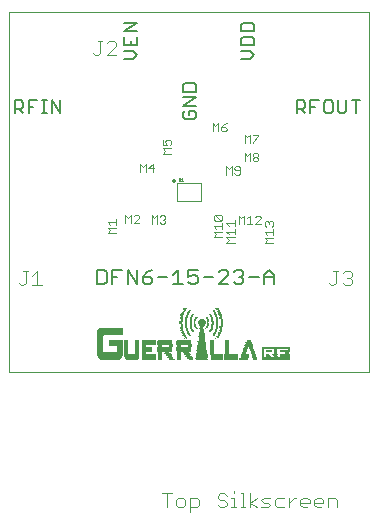
<source format=gbr>
G04 EAGLE Gerber RS-274X export*
G75*
%MOIN*%
%FSLAX34Y34*%
%LPD*%
%INSilkscreen Top*%
%IPPOS*%
%AMOC8*
5,1,8,0,0,1.08239X$1,22.5*%
G01*
%ADD10C,0.000000*%
%ADD11C,0.008000*%
%ADD12C,0.004000*%
%ADD13R,0.066000X0.002000*%
%ADD14R,0.038000X0.002000*%
%ADD15R,0.046000X0.002000*%
%ADD16R,0.014000X0.002000*%
%ADD17R,0.018000X0.002000*%
%ADD18R,0.012000X0.002000*%
%ADD19R,0.016000X0.002000*%
%ADD20R,0.042000X0.002000*%
%ADD21R,0.044000X0.002000*%
%ADD22R,0.030000X0.002000*%
%ADD23R,0.092000X0.002000*%
%ADD24R,0.074000X0.002000*%
%ADD25R,0.040000X0.002000*%
%ADD26R,0.078000X0.002000*%
%ADD27R,0.028000X0.002000*%
%ADD28R,0.080000X0.002000*%
%ADD29R,0.048000X0.002000*%
%ADD30R,0.006000X0.002000*%
%ADD31R,0.008000X0.002000*%
%ADD32R,0.032000X0.002000*%
%ADD33R,0.050000X0.002000*%
%ADD34R,0.026000X0.002000*%
%ADD35R,0.010000X0.002000*%
%ADD36R,0.082000X0.002000*%
%ADD37R,0.084000X0.002000*%
%ADD38R,0.024000X0.002000*%
%ADD39R,0.036000X0.002000*%
%ADD40R,0.034000X0.002000*%
%ADD41R,0.020000X0.002000*%
%ADD42R,0.022000X0.002000*%
%ADD43R,0.002000X0.002000*%
%ADD44R,0.004000X0.002000*%
%ADD45C,0.001000*%
%ADD46C,0.006000*%
%ADD47C,0.002000*%


D10*
X0Y0D02*
X12000Y0D01*
X12000Y12000D01*
X0Y12000D01*
X0Y0D01*
D11*
X5800Y8640D02*
X5870Y8710D01*
X5800Y8640D02*
X5800Y8500D01*
X5870Y8430D01*
X6150Y8430D01*
X6220Y8500D01*
X6220Y8640D01*
X6150Y8710D01*
X6010Y8710D01*
X6010Y8570D01*
X6220Y8890D02*
X5800Y8890D01*
X6220Y9171D01*
X5800Y9171D01*
X5800Y9351D02*
X6220Y9351D01*
X6220Y9561D01*
X6150Y9631D01*
X5870Y9631D01*
X5800Y9561D01*
X5800Y9351D01*
X4120Y10440D02*
X3840Y10440D01*
X4120Y10440D02*
X4260Y10580D01*
X4120Y10720D01*
X3840Y10720D01*
X3840Y10900D02*
X3840Y11181D01*
X3840Y10900D02*
X4260Y10900D01*
X4260Y11181D01*
X4050Y11041D02*
X4050Y10900D01*
X4260Y11361D02*
X3840Y11361D01*
X4260Y11641D01*
X3840Y11641D01*
X7740Y10440D02*
X8020Y10440D01*
X8160Y10580D01*
X8020Y10720D01*
X7740Y10720D01*
X7740Y10900D02*
X8160Y10900D01*
X8160Y11111D01*
X8090Y11181D01*
X7810Y11181D01*
X7740Y11111D01*
X7740Y10900D01*
X7740Y11361D02*
X8160Y11361D01*
X8160Y11571D01*
X8090Y11641D01*
X7810Y11641D01*
X7740Y11571D01*
X7740Y11361D01*
D12*
X5263Y-4040D02*
X5263Y-4500D01*
X5110Y-4040D02*
X5417Y-4040D01*
X5647Y-4500D02*
X5801Y-4500D01*
X5877Y-4423D01*
X5877Y-4270D01*
X5801Y-4193D01*
X5647Y-4193D01*
X5570Y-4270D01*
X5570Y-4423D01*
X5647Y-4500D01*
X6031Y-4653D02*
X6031Y-4193D01*
X6261Y-4193D01*
X6338Y-4270D01*
X6338Y-4423D01*
X6261Y-4500D01*
X6031Y-4500D01*
X7182Y-4040D02*
X7258Y-4116D01*
X7182Y-4040D02*
X7028Y-4040D01*
X6952Y-4116D01*
X6952Y-4193D01*
X7028Y-4270D01*
X7182Y-4270D01*
X7258Y-4347D01*
X7258Y-4423D01*
X7182Y-4500D01*
X7028Y-4500D01*
X6952Y-4423D01*
X7412Y-4193D02*
X7489Y-4193D01*
X7489Y-4500D01*
X7565Y-4500D02*
X7412Y-4500D01*
X7489Y-4040D02*
X7489Y-3963D01*
X7719Y-4040D02*
X7796Y-4040D01*
X7796Y-4500D01*
X7872Y-4500D02*
X7719Y-4500D01*
X8026Y-4500D02*
X8026Y-4040D01*
X8026Y-4347D02*
X8256Y-4500D01*
X8026Y-4347D02*
X8256Y-4193D01*
X8409Y-4500D02*
X8640Y-4500D01*
X8716Y-4423D01*
X8640Y-4347D01*
X8486Y-4347D01*
X8409Y-4270D01*
X8486Y-4193D01*
X8716Y-4193D01*
X8947Y-4193D02*
X9177Y-4193D01*
X8947Y-4193D02*
X8870Y-4270D01*
X8870Y-4423D01*
X8947Y-4500D01*
X9177Y-4500D01*
X9330Y-4500D02*
X9330Y-4193D01*
X9330Y-4347D02*
X9484Y-4193D01*
X9560Y-4193D01*
X9791Y-4500D02*
X9944Y-4500D01*
X9791Y-4500D02*
X9714Y-4423D01*
X9714Y-4270D01*
X9791Y-4193D01*
X9944Y-4193D01*
X10021Y-4270D01*
X10021Y-4347D01*
X9714Y-4347D01*
X10251Y-4500D02*
X10405Y-4500D01*
X10251Y-4500D02*
X10174Y-4423D01*
X10174Y-4270D01*
X10251Y-4193D01*
X10405Y-4193D01*
X10481Y-4270D01*
X10481Y-4347D01*
X10174Y-4347D01*
X10635Y-4500D02*
X10635Y-4193D01*
X10865Y-4193D01*
X10942Y-4270D01*
X10942Y-4500D01*
D13*
X3360Y420D03*
D14*
X4100Y420D03*
D15*
X4660Y420D03*
D16*
X5020Y420D03*
D17*
X5420Y420D03*
D18*
X5650Y420D03*
D19*
X6050Y420D03*
D20*
X6420Y420D03*
X6920Y420D03*
D21*
X7410Y420D03*
D22*
X7840Y420D03*
D16*
X8200Y420D03*
D23*
X8890Y420D03*
D24*
X3360Y440D03*
D15*
X4100Y440D03*
X4660Y440D03*
D16*
X5020Y440D03*
D19*
X5410Y440D03*
D18*
X5650Y440D03*
D17*
X6040Y440D03*
D25*
X6410Y440D03*
D20*
X6920Y440D03*
D21*
X7410Y440D03*
D22*
X7840Y440D03*
D16*
X8200Y440D03*
D23*
X8890Y440D03*
D26*
X3360Y460D03*
D15*
X4100Y460D03*
X4660Y460D03*
D16*
X5020Y460D03*
D19*
X5390Y460D03*
D18*
X5650Y460D03*
D17*
X6020Y460D03*
D14*
X6420Y460D03*
D20*
X6920Y460D03*
D21*
X7410Y460D03*
D27*
X7850Y460D03*
D16*
X8200Y460D03*
D23*
X8890Y460D03*
D28*
X3370Y480D03*
D29*
X4110Y480D03*
D15*
X4660Y480D03*
D16*
X5020Y480D03*
D17*
X5380Y480D03*
D18*
X5650Y480D03*
D19*
X6010Y480D03*
D14*
X6420Y480D03*
D20*
X6920Y480D03*
D21*
X7410Y480D03*
D27*
X7850Y480D03*
D16*
X8180Y480D03*
D30*
X8460Y480D03*
D17*
X8660Y480D03*
D31*
X8910Y480D03*
D32*
X9190Y480D03*
D28*
X3370Y500D03*
D33*
X4100Y500D03*
D15*
X4660Y500D03*
D16*
X5020Y500D03*
D19*
X5370Y500D03*
D18*
X5650Y500D03*
D17*
X6000Y500D03*
D14*
X6420Y500D03*
D20*
X6920Y500D03*
D21*
X7410Y500D03*
D34*
X7860Y500D03*
D16*
X8180Y500D03*
D30*
X8460Y500D03*
D19*
X8650Y500D03*
D35*
X8900Y500D03*
D32*
X9190Y500D03*
D36*
X3360Y520D03*
D33*
X4100Y520D03*
D15*
X4660Y520D03*
D16*
X5020Y520D03*
D19*
X5350Y520D03*
D18*
X5650Y520D03*
D17*
X5980Y520D03*
D14*
X6420Y520D03*
D20*
X6920Y520D03*
D21*
X7410Y520D03*
D34*
X7860Y520D03*
D18*
X8170Y520D03*
D30*
X8460Y520D03*
D16*
X8640Y520D03*
D18*
X8890Y520D03*
D32*
X9190Y520D03*
D37*
X3370Y540D03*
D33*
X4100Y540D03*
D15*
X4660Y540D03*
D16*
X5020Y540D03*
D17*
X5340Y540D03*
D18*
X5650Y540D03*
D19*
X5970Y540D03*
D14*
X6420Y540D03*
D20*
X6920Y540D03*
D21*
X7410Y540D03*
D34*
X7860Y540D03*
D16*
X8160Y540D03*
D30*
X8460Y540D03*
D18*
X8630Y540D03*
D16*
X8880Y540D03*
D32*
X9190Y540D03*
D37*
X3370Y560D03*
D33*
X4100Y560D03*
D15*
X4660Y560D03*
D16*
X5020Y560D03*
D17*
X5320Y560D03*
D18*
X5650Y560D03*
D17*
X5960Y560D03*
D14*
X6420Y560D03*
D20*
X6920Y560D03*
D21*
X7410Y560D03*
D38*
X7870Y560D03*
D16*
X8160Y560D03*
D30*
X8460Y560D03*
D35*
X8620Y560D03*
D19*
X8870Y560D03*
D32*
X9190Y560D03*
D37*
X3370Y580D03*
D18*
X3910Y580D03*
D16*
X4280Y580D03*
D18*
X4490Y580D03*
D16*
X5020Y580D03*
D19*
X5310Y580D03*
D18*
X5650Y580D03*
D17*
X5940Y580D03*
D39*
X6410Y580D03*
D18*
X6770Y580D03*
D16*
X7260Y580D03*
X7820Y580D03*
D18*
X8150Y580D03*
D30*
X8460Y580D03*
D31*
X8610Y580D03*
D17*
X8860Y580D03*
D32*
X9190Y580D03*
D37*
X3370Y600D03*
D18*
X3910Y600D03*
D16*
X4280Y600D03*
D18*
X4490Y600D03*
D16*
X5020Y600D03*
D17*
X5300Y600D03*
D18*
X5650Y600D03*
D19*
X5930Y600D03*
D39*
X6410Y600D03*
D18*
X6770Y600D03*
D16*
X7260Y600D03*
D19*
X7830Y600D03*
D16*
X8140Y600D03*
D30*
X8460Y600D03*
D35*
X8900Y600D03*
D19*
X9270Y600D03*
D37*
X3370Y620D03*
D18*
X3910Y620D03*
D16*
X4280Y620D03*
D18*
X4490Y620D03*
D16*
X5020Y620D03*
D17*
X5280Y620D03*
D18*
X5650Y620D03*
D17*
X5920Y620D03*
D40*
X6420Y620D03*
D18*
X6770Y620D03*
D16*
X7260Y620D03*
X7840Y620D03*
X8140Y620D03*
D30*
X8460Y620D03*
D35*
X8900Y620D03*
D19*
X9270Y620D03*
D37*
X3370Y640D03*
D18*
X3910Y640D03*
D16*
X4280Y640D03*
D18*
X4490Y640D03*
D16*
X5020Y640D03*
D19*
X5270Y640D03*
D18*
X5650Y640D03*
D17*
X5900Y640D03*
D40*
X6420Y640D03*
D18*
X6770Y640D03*
D16*
X7260Y640D03*
X7840Y640D03*
D18*
X8130Y640D03*
D30*
X8460Y640D03*
D35*
X8900Y640D03*
D19*
X9270Y640D03*
D17*
X3040Y660D03*
D41*
X3690Y660D03*
D18*
X3910Y660D03*
D16*
X4280Y660D03*
D32*
X4590Y660D03*
D15*
X5180Y660D03*
X5820Y660D03*
D40*
X6420Y660D03*
D18*
X6770Y660D03*
D16*
X7260Y660D03*
X7860Y660D03*
X8120Y660D03*
D30*
X8460Y660D03*
D35*
X8900Y660D03*
D32*
X9190Y660D03*
D17*
X3040Y680D03*
D41*
X3690Y680D03*
D18*
X3910Y680D03*
D16*
X4280Y680D03*
D32*
X4590Y680D03*
D33*
X5200Y680D03*
D29*
X5830Y680D03*
D40*
X6420Y680D03*
D18*
X6770Y680D03*
D16*
X7260Y680D03*
X7860Y680D03*
X8120Y680D03*
D30*
X8460Y680D03*
D41*
X8670Y680D03*
D35*
X8900Y680D03*
D32*
X9190Y680D03*
D17*
X3040Y700D03*
D41*
X3690Y700D03*
D18*
X3910Y700D03*
D16*
X4280Y700D03*
D32*
X4590Y700D03*
D33*
X5200Y700D03*
X5840Y700D03*
D40*
X6420Y700D03*
D18*
X6770Y700D03*
D16*
X7260Y700D03*
X7860Y700D03*
X8100Y700D03*
D30*
X8460Y700D03*
D41*
X8670Y700D03*
D35*
X8900Y700D03*
D32*
X9190Y700D03*
D17*
X3040Y720D03*
D41*
X3690Y720D03*
D18*
X3910Y720D03*
D16*
X4280Y720D03*
D32*
X4590Y720D03*
D33*
X5200Y720D03*
X5840Y720D03*
D32*
X6410Y720D03*
D18*
X6770Y720D03*
D16*
X7260Y720D03*
X7880Y720D03*
X8100Y720D03*
D30*
X8460Y720D03*
D35*
X8900Y720D03*
D30*
X9320Y720D03*
D17*
X3040Y740D03*
D41*
X3690Y740D03*
D18*
X3910Y740D03*
D16*
X4280Y740D03*
D32*
X4590Y740D03*
D33*
X5200Y740D03*
X5840Y740D03*
D22*
X6420Y740D03*
D18*
X6770Y740D03*
D16*
X7260Y740D03*
X7880Y740D03*
X8100Y740D03*
D30*
X8460Y740D03*
D35*
X8900Y740D03*
D30*
X9320Y740D03*
D17*
X3040Y760D03*
D41*
X3690Y760D03*
D18*
X3910Y760D03*
D16*
X4280Y760D03*
D32*
X4590Y760D03*
D33*
X5200Y760D03*
X5840Y760D03*
D22*
X6420Y760D03*
D18*
X6770Y760D03*
D16*
X7260Y760D03*
X7880Y760D03*
X8080Y760D03*
D30*
X8460Y760D03*
D35*
X8900Y760D03*
D30*
X9320Y760D03*
D17*
X3040Y780D03*
D41*
X3690Y780D03*
D18*
X3910Y780D03*
D16*
X4280Y780D03*
D32*
X4590Y780D03*
D33*
X5200Y780D03*
X5840Y780D03*
D22*
X6420Y780D03*
D18*
X6770Y780D03*
D16*
X7260Y780D03*
X7900Y780D03*
X8080Y780D03*
D23*
X8890Y780D03*
D17*
X3040Y800D03*
D41*
X3690Y800D03*
D18*
X3910Y800D03*
D16*
X4280Y800D03*
D32*
X4590Y800D03*
D33*
X5200Y800D03*
X5840Y800D03*
D22*
X6420Y800D03*
D18*
X6770Y800D03*
D16*
X7260Y800D03*
X7900Y800D03*
D18*
X8070Y800D03*
D23*
X8890Y800D03*
D17*
X3040Y820D03*
D41*
X3690Y820D03*
D18*
X3910Y820D03*
D16*
X4280Y820D03*
D18*
X4490Y820D03*
D33*
X5200Y820D03*
X5840Y820D03*
D22*
X6420Y820D03*
D18*
X6770Y820D03*
D16*
X7260Y820D03*
X7900Y820D03*
X8060Y820D03*
D23*
X8890Y820D03*
D17*
X3040Y840D03*
D41*
X3690Y840D03*
D18*
X3910Y840D03*
D16*
X4280Y840D03*
D18*
X4490Y840D03*
D16*
X5020Y840D03*
D18*
X5390Y840D03*
X5650Y840D03*
X6030Y840D03*
D22*
X6420Y840D03*
D18*
X6770Y840D03*
D16*
X7260Y840D03*
D27*
X7990Y840D03*
D17*
X3040Y860D03*
D21*
X3570Y860D03*
D18*
X3910Y860D03*
D16*
X4280Y860D03*
D18*
X4490Y860D03*
D16*
X5020Y860D03*
D18*
X5390Y860D03*
X5650Y860D03*
X6030Y860D03*
D22*
X6420Y860D03*
D18*
X6770Y860D03*
D16*
X7260Y860D03*
D34*
X7980Y860D03*
D17*
X3040Y880D03*
D21*
X3570Y880D03*
D18*
X3910Y880D03*
D16*
X4280Y880D03*
D18*
X4490Y880D03*
D16*
X5020Y880D03*
D18*
X5390Y880D03*
X5650Y880D03*
X6030Y880D03*
D27*
X6410Y880D03*
D18*
X6770Y880D03*
D16*
X7260Y880D03*
D38*
X7990Y880D03*
D17*
X3040Y900D03*
D21*
X3570Y900D03*
D18*
X3910Y900D03*
D16*
X4280Y900D03*
D18*
X4490Y900D03*
D16*
X5020Y900D03*
D18*
X5390Y900D03*
X5650Y900D03*
X6030Y900D03*
D34*
X6420Y900D03*
D18*
X6770Y900D03*
D16*
X7260Y900D03*
D38*
X7990Y900D03*
D17*
X3040Y920D03*
D21*
X3570Y920D03*
D18*
X3910Y920D03*
D16*
X4280Y920D03*
D15*
X4660Y920D03*
D33*
X5200Y920D03*
X5840Y920D03*
D34*
X6420Y920D03*
D18*
X6770Y920D03*
D16*
X7260Y920D03*
D42*
X7980Y920D03*
D17*
X3040Y940D03*
D21*
X3570Y940D03*
D18*
X3910Y940D03*
D16*
X4280Y940D03*
D15*
X4660Y940D03*
D33*
X5200Y940D03*
X5840Y940D03*
D34*
X6420Y940D03*
D18*
X6770Y940D03*
D16*
X7260Y940D03*
D41*
X7990Y940D03*
D17*
X3040Y960D03*
D21*
X3570Y960D03*
D18*
X3910Y960D03*
D16*
X4280Y960D03*
D15*
X4660Y960D03*
D33*
X5200Y960D03*
X5840Y960D03*
D34*
X6420Y960D03*
D18*
X6770Y960D03*
D16*
X7260Y960D03*
D41*
X7990Y960D03*
D17*
X3040Y980D03*
D21*
X3570Y980D03*
D18*
X3910Y980D03*
D16*
X4280Y980D03*
D15*
X4660Y980D03*
D33*
X5200Y980D03*
X5840Y980D03*
D34*
X6420Y980D03*
D18*
X6770Y980D03*
D16*
X7260Y980D03*
D17*
X7980Y980D03*
X3040Y1000D03*
D21*
X3570Y1000D03*
D18*
X3910Y1000D03*
D16*
X4280Y1000D03*
D15*
X4660Y1000D03*
D33*
X5200Y1000D03*
X5840Y1000D03*
D38*
X6410Y1000D03*
D18*
X6770Y1000D03*
D16*
X7260Y1000D03*
D19*
X7990Y1000D03*
D17*
X3040Y1020D03*
D21*
X3570Y1020D03*
D18*
X3910Y1020D03*
D16*
X4280Y1020D03*
D15*
X4660Y1020D03*
D33*
X5200Y1020D03*
D29*
X5830Y1020D03*
D42*
X6420Y1020D03*
D18*
X6770Y1020D03*
D16*
X7260Y1020D03*
D19*
X7990Y1020D03*
D17*
X3040Y1040D03*
D21*
X3570Y1040D03*
D18*
X3910Y1040D03*
D16*
X4280Y1040D03*
D15*
X4660Y1040D03*
D29*
X5190Y1040D03*
X5830Y1040D03*
D42*
X6420Y1040D03*
D18*
X6770Y1040D03*
D16*
X7260Y1040D03*
D18*
X7990Y1040D03*
D17*
X3040Y1060D03*
D42*
X6420Y1060D03*
D17*
X3040Y1080D03*
D42*
X6420Y1080D03*
D17*
X3040Y1100D03*
D42*
X6420Y1100D03*
D17*
X3040Y1120D03*
D43*
X5880Y1120D03*
X5920Y1120D03*
D42*
X6420Y1120D03*
D43*
X6900Y1120D03*
D17*
X3040Y1140D03*
D31*
X5890Y1140D03*
D42*
X6420Y1140D03*
D31*
X6950Y1140D03*
D17*
X3040Y1160D03*
D31*
X5870Y1160D03*
D41*
X6410Y1160D03*
D35*
X6960Y1160D03*
D17*
X3040Y1180D03*
D31*
X5870Y1180D03*
D17*
X6420Y1180D03*
D31*
X6970Y1180D03*
D17*
X3040Y1200D03*
D31*
X5850Y1200D03*
D17*
X6420Y1200D03*
D31*
X6990Y1200D03*
D41*
X3050Y1220D03*
D35*
X5840Y1220D03*
D30*
X6020Y1220D03*
D17*
X6420Y1220D03*
D30*
X6820Y1220D03*
D31*
X6990Y1220D03*
D37*
X3370Y1240D03*
D31*
X5830Y1240D03*
X6010Y1240D03*
D17*
X6420Y1240D03*
D31*
X6830Y1240D03*
X7010Y1240D03*
D37*
X3370Y1260D03*
D35*
X5820Y1260D03*
D31*
X5990Y1260D03*
D17*
X6420Y1260D03*
D30*
X6840Y1260D03*
D31*
X7010Y1260D03*
D37*
X3370Y1280D03*
D31*
X5810Y1280D03*
D30*
X5980Y1280D03*
D19*
X6410Y1280D03*
D31*
X6850Y1280D03*
X7030Y1280D03*
D37*
X3370Y1300D03*
D31*
X5810Y1300D03*
X5970Y1300D03*
D19*
X6410Y1300D03*
D31*
X6870Y1300D03*
X7030Y1300D03*
D37*
X3370Y1320D03*
D35*
X5800Y1320D03*
D30*
X5960Y1320D03*
D16*
X6420Y1320D03*
D31*
X6870Y1320D03*
D35*
X7040Y1320D03*
D37*
X3370Y1340D03*
D31*
X5790Y1340D03*
X5950Y1340D03*
D44*
X6130Y1340D03*
D16*
X6420Y1340D03*
D30*
X6700Y1340D03*
D31*
X6890Y1340D03*
X7050Y1340D03*
D37*
X3370Y1360D03*
D35*
X5780Y1360D03*
D30*
X5940Y1360D03*
D44*
X6130Y1360D03*
D16*
X6420Y1360D03*
D44*
X6710Y1360D03*
D31*
X6890Y1360D03*
X7050Y1360D03*
D36*
X3380Y1380D03*
D35*
X5780Y1380D03*
D30*
X5940Y1380D03*
D44*
X6110Y1380D03*
D16*
X6420Y1380D03*
D44*
X6730Y1380D03*
D30*
X6900Y1380D03*
D35*
X7060Y1380D03*
D36*
X3380Y1400D03*
D31*
X5770Y1400D03*
X5930Y1400D03*
D30*
X6100Y1400D03*
D16*
X6420Y1400D03*
D44*
X6730Y1400D03*
D31*
X6910Y1400D03*
X7070Y1400D03*
D28*
X3390Y1420D03*
D31*
X5770Y1420D03*
D30*
X5920Y1420D03*
D44*
X6090Y1420D03*
D16*
X6420Y1420D03*
D44*
X6750Y1420D03*
D31*
X6910Y1420D03*
X7070Y1420D03*
D26*
X3400Y1440D03*
D35*
X5760Y1440D03*
D30*
X5920Y1440D03*
X6080Y1440D03*
D44*
X6250Y1440D03*
D18*
X6410Y1440D03*
D43*
X6580Y1440D03*
D44*
X6750Y1440D03*
D30*
X6920Y1440D03*
D31*
X7070Y1440D03*
D35*
X5760Y1460D03*
D31*
X5910Y1460D03*
D44*
X6070Y1460D03*
D43*
X6240Y1460D03*
D35*
X6420Y1460D03*
D44*
X6590Y1460D03*
D30*
X6760Y1460D03*
D31*
X6930Y1460D03*
D35*
X7080Y1460D03*
X5760Y1480D03*
D31*
X5910Y1480D03*
D44*
X6070Y1480D03*
X6230Y1480D03*
D35*
X6420Y1480D03*
D44*
X6610Y1480D03*
X6770Y1480D03*
D31*
X6930Y1480D03*
D35*
X7080Y1480D03*
D31*
X5750Y1500D03*
X5910Y1500D03*
D30*
X6060Y1500D03*
D43*
X6220Y1500D03*
D35*
X6420Y1500D03*
D44*
X6610Y1500D03*
X6770Y1500D03*
D31*
X6930Y1500D03*
D35*
X7080Y1500D03*
D31*
X5750Y1520D03*
D30*
X5900Y1520D03*
X6060Y1520D03*
D44*
X6210Y1520D03*
D16*
X6420Y1520D03*
D43*
X6620Y1520D03*
D30*
X6780Y1520D03*
D31*
X6930Y1520D03*
X7090Y1520D03*
X5750Y1540D03*
D30*
X5900Y1540D03*
X6060Y1540D03*
D44*
X6210Y1540D03*
D17*
X6420Y1540D03*
D44*
X6630Y1540D03*
D30*
X6780Y1540D03*
X6940Y1540D03*
D31*
X7090Y1540D03*
X5750Y1560D03*
D30*
X5900Y1560D03*
D44*
X6050Y1560D03*
X6210Y1560D03*
D42*
X6420Y1560D03*
D44*
X6630Y1560D03*
D30*
X6780Y1560D03*
X6940Y1560D03*
D31*
X7090Y1560D03*
X5750Y1580D03*
X5890Y1580D03*
D44*
X6050Y1580D03*
D43*
X6200Y1580D03*
D42*
X6420Y1580D03*
D44*
X6630Y1580D03*
X6790Y1580D03*
D30*
X6940Y1580D03*
D31*
X7090Y1580D03*
D35*
X5740Y1600D03*
D31*
X5890Y1600D03*
D44*
X6050Y1600D03*
D43*
X6200Y1600D03*
D34*
X6420Y1600D03*
D44*
X6630Y1600D03*
X6790Y1600D03*
D30*
X6940Y1600D03*
D31*
X7090Y1600D03*
D35*
X5740Y1620D03*
D31*
X5890Y1620D03*
D44*
X6050Y1620D03*
D43*
X6200Y1620D03*
D34*
X6420Y1620D03*
D43*
X6640Y1620D03*
D44*
X6790Y1620D03*
D30*
X6940Y1620D03*
D31*
X7090Y1620D03*
D35*
X5740Y1640D03*
D31*
X5890Y1640D03*
D44*
X6050Y1640D03*
D43*
X6200Y1640D03*
D34*
X6420Y1640D03*
D43*
X6640Y1640D03*
D44*
X6790Y1640D03*
D30*
X6940Y1640D03*
D31*
X7090Y1640D03*
D35*
X5740Y1660D03*
D31*
X5890Y1660D03*
D44*
X6050Y1660D03*
D43*
X6200Y1660D03*
D34*
X6420Y1660D03*
D44*
X6630Y1660D03*
X6790Y1660D03*
D30*
X6940Y1660D03*
D31*
X7090Y1660D03*
X5750Y1680D03*
X5890Y1680D03*
D44*
X6050Y1680D03*
D43*
X6200Y1680D03*
D42*
X6420Y1680D03*
D44*
X6630Y1680D03*
D30*
X6780Y1680D03*
X6940Y1680D03*
D31*
X7090Y1680D03*
X5750Y1700D03*
D30*
X5900Y1700D03*
D44*
X6050Y1700D03*
X6210Y1700D03*
D42*
X6420Y1700D03*
D44*
X6630Y1700D03*
D30*
X6780Y1700D03*
X6940Y1700D03*
D31*
X7090Y1700D03*
X5750Y1720D03*
D30*
X5900Y1720D03*
D44*
X6050Y1720D03*
X6210Y1720D03*
D17*
X6420Y1720D03*
D44*
X6630Y1720D03*
D30*
X6780Y1720D03*
D31*
X6930Y1720D03*
X7090Y1720D03*
X5750Y1740D03*
D30*
X5900Y1740D03*
X6060Y1740D03*
D44*
X6210Y1740D03*
D16*
X6420Y1740D03*
D44*
X6630Y1740D03*
D30*
X6780Y1740D03*
D31*
X6930Y1740D03*
X7090Y1740D03*
X5750Y1760D03*
X5910Y1760D03*
D30*
X6060Y1760D03*
D43*
X6220Y1760D03*
D44*
X6610Y1760D03*
X6770Y1760D03*
D31*
X6930Y1760D03*
D35*
X7080Y1760D03*
X5760Y1780D03*
D31*
X5910Y1780D03*
D44*
X6070Y1780D03*
X6230Y1780D03*
X6610Y1780D03*
X6770Y1780D03*
D31*
X6930Y1780D03*
D35*
X7080Y1780D03*
X5760Y1800D03*
D31*
X5910Y1800D03*
D44*
X6070Y1800D03*
D43*
X6240Y1800D03*
D44*
X6590Y1800D03*
D30*
X6760Y1800D03*
X6920Y1800D03*
D35*
X7080Y1800D03*
D31*
X5770Y1820D03*
D30*
X5920Y1820D03*
X6080Y1820D03*
D44*
X6250Y1820D03*
X6590Y1820D03*
X6750Y1820D03*
D30*
X6920Y1820D03*
D31*
X7070Y1820D03*
X5770Y1840D03*
D30*
X5920Y1840D03*
D44*
X6090Y1840D03*
D30*
X6740Y1840D03*
D31*
X6910Y1840D03*
X7070Y1840D03*
X5770Y1860D03*
X5930Y1860D03*
D30*
X6100Y1860D03*
D44*
X6730Y1860D03*
D31*
X6910Y1860D03*
D35*
X7060Y1860D03*
X5780Y1880D03*
D31*
X5930Y1880D03*
D44*
X6110Y1880D03*
D30*
X6720Y1880D03*
X6900Y1880D03*
D35*
X7060Y1880D03*
X5780Y1900D03*
D31*
X5950Y1900D03*
D44*
X6130Y1900D03*
X6710Y1900D03*
D31*
X6890Y1900D03*
X7050Y1900D03*
X5790Y1920D03*
X5950Y1920D03*
D44*
X6130Y1920D03*
X6690Y1920D03*
D30*
X6880Y1920D03*
D35*
X7040Y1920D03*
X5800Y1940D03*
D30*
X5960Y1940D03*
D31*
X6870Y1940D03*
D35*
X7040Y1940D03*
D31*
X5810Y1960D03*
X5970Y1960D03*
D30*
X6860Y1960D03*
D31*
X7030Y1960D03*
X5810Y1980D03*
X5990Y1980D03*
X6850Y1980D03*
D35*
X7020Y1980D03*
D31*
X5830Y2000D03*
D30*
X6000Y2000D03*
X6840Y2000D03*
D31*
X7010Y2000D03*
X5830Y2020D03*
X6010Y2020D03*
X6830Y2020D03*
D35*
X7000Y2020D03*
D31*
X5850Y2040D03*
D30*
X6020Y2040D03*
X6820Y2040D03*
D31*
X6990Y2040D03*
D35*
X5860Y2060D03*
X6980Y2060D03*
D31*
X5870Y2080D03*
X6970Y2080D03*
D35*
X5880Y2100D03*
D31*
X6950Y2100D03*
D35*
X5900Y2120D03*
X6940Y2120D03*
D12*
X397Y2910D02*
X320Y2987D01*
X397Y2910D02*
X473Y2910D01*
X550Y2987D01*
X550Y3370D01*
X473Y3370D02*
X627Y3370D01*
X780Y3217D02*
X934Y3370D01*
X934Y2910D01*
X1087Y2910D02*
X780Y2910D01*
X2877Y10580D02*
X2800Y10657D01*
X2877Y10580D02*
X2953Y10580D01*
X3030Y10657D01*
X3030Y11040D01*
X2953Y11040D02*
X3107Y11040D01*
X3260Y10580D02*
X3567Y10580D01*
X3260Y10580D02*
X3567Y10887D01*
X3567Y10964D01*
X3491Y11040D01*
X3337Y11040D01*
X3260Y10964D01*
X10660Y2987D02*
X10737Y2910D01*
X10813Y2910D01*
X10890Y2987D01*
X10890Y3370D01*
X10813Y3370D02*
X10967Y3370D01*
X11120Y3294D02*
X11197Y3370D01*
X11351Y3370D01*
X11427Y3294D01*
X11427Y3217D01*
X11351Y3140D01*
X11274Y3140D01*
X11351Y3140D02*
X11427Y3063D01*
X11427Y2987D01*
X11351Y2910D01*
X11197Y2910D01*
X11120Y2987D01*
D11*
X2940Y2940D02*
X2940Y3410D01*
X2940Y2940D02*
X3175Y2940D01*
X3254Y3018D01*
X3254Y3332D01*
X3175Y3410D01*
X2940Y3410D01*
X3446Y3410D02*
X3446Y2940D01*
X3446Y3410D02*
X3760Y3410D01*
X3603Y3175D02*
X3446Y3175D01*
X3953Y2940D02*
X3953Y3410D01*
X4266Y2940D01*
X4266Y3410D01*
X4616Y3332D02*
X4773Y3410D01*
X4616Y3332D02*
X4459Y3175D01*
X4459Y3018D01*
X4538Y2940D01*
X4694Y2940D01*
X4773Y3018D01*
X4773Y3097D01*
X4694Y3175D01*
X4459Y3175D01*
X4966Y3175D02*
X5279Y3175D01*
X5472Y3254D02*
X5629Y3410D01*
X5629Y2940D01*
X5472Y2940D02*
X5786Y2940D01*
X5979Y3410D02*
X6292Y3410D01*
X5979Y3410D02*
X5979Y3175D01*
X6135Y3254D01*
X6214Y3254D01*
X6292Y3175D01*
X6292Y3018D01*
X6214Y2940D01*
X6057Y2940D01*
X5979Y3018D01*
X6485Y3175D02*
X6799Y3175D01*
X6991Y2940D02*
X7305Y2940D01*
X6991Y2940D02*
X7305Y3254D01*
X7305Y3332D01*
X7227Y3410D01*
X7070Y3410D01*
X6991Y3332D01*
X7498Y3332D02*
X7576Y3410D01*
X7733Y3410D01*
X7811Y3332D01*
X7811Y3254D01*
X7733Y3175D01*
X7655Y3175D01*
X7733Y3175D02*
X7811Y3097D01*
X7811Y3018D01*
X7733Y2940D01*
X7576Y2940D01*
X7498Y3018D01*
X8004Y3175D02*
X8318Y3175D01*
X8511Y3254D02*
X8511Y2940D01*
X8511Y3254D02*
X8668Y3410D01*
X8824Y3254D01*
X8824Y2940D01*
X8824Y3175D02*
X8511Y3175D01*
D45*
X6394Y5705D02*
X5606Y5705D01*
X6394Y5705D02*
X6394Y6295D01*
X5606Y6295D01*
X5606Y5705D01*
D46*
X5469Y6380D02*
X5471Y6391D01*
X5476Y6400D01*
X5484Y6407D01*
X5495Y6411D01*
X5505Y6411D01*
X5515Y6407D01*
X5524Y6400D01*
X5529Y6391D01*
X5531Y6380D01*
X5529Y6369D01*
X5524Y6360D01*
X5516Y6353D01*
X5505Y6349D01*
X5495Y6349D01*
X5484Y6353D01*
X5476Y6360D01*
X5471Y6369D01*
X5469Y6380D01*
D45*
X5656Y6397D02*
X5656Y6472D01*
X5656Y6397D02*
X5671Y6382D01*
X5701Y6382D01*
X5716Y6397D01*
X5716Y6472D01*
X5748Y6442D02*
X5778Y6472D01*
X5778Y6382D01*
X5748Y6382D02*
X5808Y6382D01*
D10*
X0Y8000D02*
X0Y3600D01*
D11*
X190Y8640D02*
X190Y9060D01*
X400Y9060D01*
X470Y8990D01*
X470Y8850D01*
X400Y8780D01*
X190Y8780D01*
X330Y8780D02*
X470Y8640D01*
X650Y8640D02*
X650Y9060D01*
X931Y9060D01*
X791Y8850D02*
X650Y8850D01*
X1111Y8640D02*
X1251Y8640D01*
X1181Y8640D02*
X1181Y9060D01*
X1111Y9060D02*
X1251Y9060D01*
X1418Y9060D02*
X1418Y8640D01*
X1698Y8640D02*
X1418Y9060D01*
X1698Y9060D02*
X1698Y8640D01*
D10*
X12000Y8000D02*
X12000Y3600D01*
D11*
X9588Y8640D02*
X9588Y9060D01*
X9798Y9060D01*
X9868Y8990D01*
X9868Y8850D01*
X9798Y8780D01*
X9588Y8780D01*
X9728Y8780D02*
X9868Y8640D01*
X10048Y8640D02*
X10048Y9060D01*
X10329Y9060D01*
X10189Y8850D02*
X10048Y8850D01*
X10579Y9060D02*
X10719Y9060D01*
X10579Y9060D02*
X10509Y8990D01*
X10509Y8710D01*
X10579Y8640D01*
X10719Y8640D01*
X10789Y8710D01*
X10789Y8990D01*
X10719Y9060D01*
X10969Y9060D02*
X10969Y8710D01*
X11039Y8640D01*
X11179Y8640D01*
X11249Y8710D01*
X11249Y9060D01*
X11570Y9060D02*
X11570Y8640D01*
X11430Y9060D02*
X11710Y9060D01*
D47*
X4750Y5230D02*
X4750Y4950D01*
X4843Y5137D02*
X4750Y5230D01*
X4843Y5137D02*
X4937Y5230D01*
X4937Y4950D01*
X5026Y5184D02*
X5073Y5230D01*
X5166Y5230D01*
X5213Y5184D01*
X5213Y5137D01*
X5166Y5090D01*
X5120Y5090D01*
X5166Y5090D02*
X5213Y5043D01*
X5213Y4997D01*
X5166Y4950D01*
X5073Y4950D01*
X5026Y4997D01*
X7651Y4940D02*
X7651Y5220D01*
X7745Y5127D01*
X7838Y5220D01*
X7838Y4940D01*
X7928Y5127D02*
X8021Y5220D01*
X8021Y4940D01*
X7928Y4940D02*
X8114Y4940D01*
X8204Y4940D02*
X8391Y4940D01*
X8204Y4940D02*
X8391Y5127D01*
X8391Y5174D01*
X8344Y5220D01*
X8250Y5220D01*
X8204Y5174D01*
X4368Y6660D02*
X4368Y6940D01*
X4461Y6847D01*
X4554Y6940D01*
X4554Y6660D01*
X4784Y6660D02*
X4784Y6940D01*
X4644Y6800D01*
X4831Y6800D01*
X7850Y7030D02*
X7850Y7310D01*
X7943Y7217D01*
X8037Y7310D01*
X8037Y7030D01*
X8126Y7264D02*
X8173Y7310D01*
X8266Y7310D01*
X8313Y7264D01*
X8313Y7217D01*
X8266Y7170D01*
X8313Y7123D01*
X8313Y7077D01*
X8266Y7030D01*
X8173Y7030D01*
X8126Y7077D01*
X8126Y7123D01*
X8173Y7170D01*
X8126Y7217D01*
X8126Y7264D01*
X8173Y7170D02*
X8266Y7170D01*
X5400Y7290D02*
X5120Y7290D01*
X5213Y7383D01*
X5120Y7477D01*
X5400Y7477D01*
X5120Y7566D02*
X5120Y7753D01*
X5120Y7566D02*
X5260Y7566D01*
X5213Y7660D01*
X5213Y7706D01*
X5260Y7753D01*
X5353Y7753D01*
X5400Y7706D01*
X5400Y7613D01*
X5353Y7566D01*
X6820Y4501D02*
X7100Y4501D01*
X6913Y4595D02*
X6820Y4501D01*
X6913Y4595D02*
X6820Y4688D01*
X7100Y4688D01*
X6913Y4778D02*
X6820Y4871D01*
X7100Y4871D01*
X7100Y4778D02*
X7100Y4964D01*
X7053Y5054D02*
X6866Y5054D01*
X6820Y5100D01*
X6820Y5194D01*
X6866Y5241D01*
X7053Y5241D01*
X7100Y5194D01*
X7100Y5100D01*
X7053Y5054D01*
X6866Y5241D01*
X7240Y4321D02*
X7520Y4321D01*
X7333Y4415D02*
X7240Y4321D01*
X7333Y4415D02*
X7240Y4508D01*
X7520Y4508D01*
X7333Y4598D02*
X7240Y4691D01*
X7520Y4691D01*
X7520Y4598D02*
X7520Y4784D01*
X7333Y4874D02*
X7240Y4967D01*
X7520Y4967D01*
X7520Y4874D02*
X7520Y5061D01*
X3570Y4638D02*
X3290Y4638D01*
X3383Y4731D01*
X3290Y4824D01*
X3570Y4824D01*
X3383Y4914D02*
X3290Y5007D01*
X3570Y5007D01*
X3570Y4914D02*
X3570Y5101D01*
X8520Y4301D02*
X8800Y4301D01*
X8613Y4395D02*
X8520Y4301D01*
X8613Y4395D02*
X8520Y4488D01*
X8800Y4488D01*
X8613Y4578D02*
X8520Y4671D01*
X8800Y4671D01*
X8800Y4578D02*
X8800Y4764D01*
X8566Y4854D02*
X8520Y4900D01*
X8520Y4994D01*
X8566Y5041D01*
X8613Y5041D01*
X8660Y4994D01*
X8660Y4947D01*
X8660Y4994D02*
X8707Y5041D01*
X8753Y5041D01*
X8800Y4994D01*
X8800Y4900D01*
X8753Y4854D01*
X7850Y7640D02*
X7850Y7920D01*
X7943Y7827D01*
X8037Y7920D01*
X8037Y7640D01*
X8126Y7920D02*
X8313Y7920D01*
X8313Y7874D01*
X8126Y7687D01*
X8126Y7640D01*
X6790Y8030D02*
X6790Y8310D01*
X6883Y8217D01*
X6977Y8310D01*
X6977Y8030D01*
X7160Y8264D02*
X7253Y8310D01*
X7160Y8264D02*
X7066Y8170D01*
X7066Y8077D01*
X7113Y8030D01*
X7206Y8030D01*
X7253Y8077D01*
X7253Y8123D01*
X7206Y8170D01*
X7066Y8170D01*
X7240Y6870D02*
X7240Y6590D01*
X7333Y6777D02*
X7240Y6870D01*
X7333Y6777D02*
X7427Y6870D01*
X7427Y6590D01*
X7516Y6637D02*
X7563Y6590D01*
X7656Y6590D01*
X7703Y6637D01*
X7703Y6824D01*
X7656Y6870D01*
X7563Y6870D01*
X7516Y6824D01*
X7516Y6777D01*
X7563Y6730D01*
X7703Y6730D01*
X3880Y5240D02*
X3880Y4960D01*
X3973Y5147D02*
X3880Y5240D01*
X3973Y5147D02*
X4067Y5240D01*
X4067Y4960D01*
X4156Y4960D02*
X4343Y4960D01*
X4156Y4960D02*
X4343Y5147D01*
X4343Y5194D01*
X4296Y5240D01*
X4203Y5240D01*
X4156Y5194D01*
M02*

</source>
